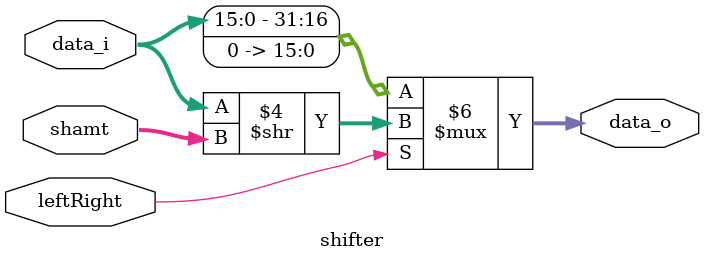
<source format=v>

module shifter(
		leftRight,
    data_i,
    shamt,
    data_o
    );

//I/O ports
input  leftRight;
input  [32-1:0] data_i;
input  [5-1:0] shamt;
output [32-1:0] data_o;

reg [32-1:0] data_o;

always@(*)
	begin
		if(leftRight==0)data_o=data_i<<16;
		else data_o=data_i>>shamt;
	end

endmodule

</source>
